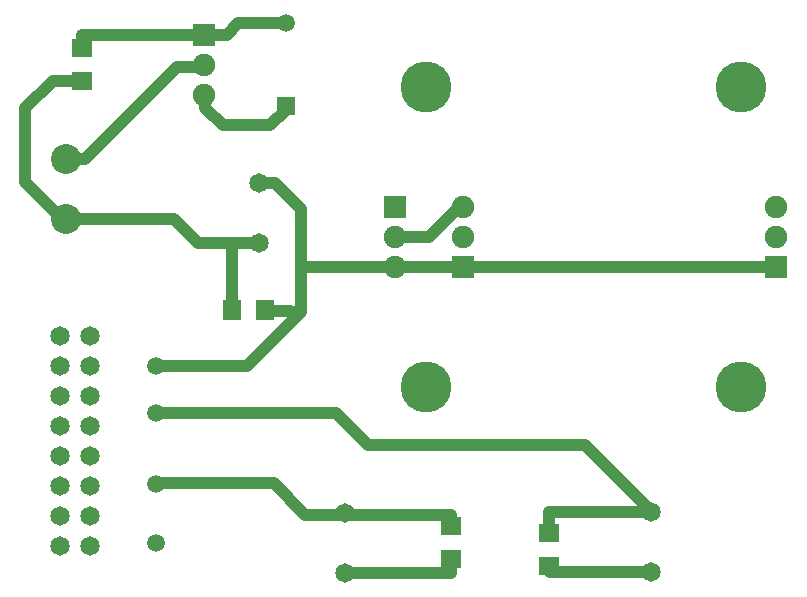
<source format=gbr>
G04 DipTrace 4.2.0.1*
G04 1 - Top.gbr*
%MOIN*%
G04 #@! TF.FileFunction,Copper,L1,Top*
G04 #@! TF.Part,Single*
G04 #@! TA.AperFunction,Conductor*
%ADD16C,0.03937*%
G04 #@! TA.AperFunction,ComponentPad*
%ADD18C,0.065*%
%ADD19C,0.17*%
%ADD20R,0.074803X0.074803*%
%ADD21C,0.074803*%
%ADD22C,0.064961*%
%ADD23C,0.059055*%
%ADD24R,0.059055X0.059055*%
%ADD25C,0.059055*%
%ADD26R,0.070866X0.062992*%
G04 #@! TA.AperFunction,ComponentPad*
%ADD27C,0.1*%
%ADD28R,0.062992X0.070866*%
%FSLAX26Y26*%
G04*
G70*
G90*
G75*
G01*
G04 Top*
%LPD*%
X603675Y1985875D2*
D16*
X964327D1*
X1045278Y1904924D1*
X1246508D1*
X603675Y1985875D2*
X590239D1*
X468024Y2108091D1*
Y2353980D1*
X560066Y2446022D1*
X657764D1*
X1246508Y1904924D2*
X1157039D1*
Y1683007D1*
X1535597Y805454D2*
X1888950D1*
Y853451D1*
X2215560Y829879D2*
X2218928D1*
Y807420D1*
X2553238D1*
X1535597Y1005454D2*
X1542135D1*
Y1000537D1*
X1399661D1*
X1295972Y1104226D1*
X896650D1*
X905512Y1095364D1*
Y1102362D1*
X1535597Y1005454D2*
Y999480D1*
X1888950D1*
Y963688D1*
X1702531Y1925457D2*
X1814462D1*
X1914478Y2025472D1*
X1929134D1*
X905512Y1338583D2*
X1502707D1*
X1609478Y1231812D1*
X2333409D1*
X2553238Y1011984D1*
Y1007420D1*
X2215560D1*
Y940115D1*
X1246508Y2104924D2*
X1300849D1*
X1387248Y2018525D1*
Y1825457D1*
X1702531D1*
X905512Y1496063D2*
X1206458D1*
X1387248Y1676853D1*
Y1825457D1*
X1267276Y1683007D2*
X1387248Y1676853D1*
X1062992Y2398425D2*
X1067371D1*
Y2356661D1*
X1126484Y2297549D1*
X1285697D1*
X1338583Y2350434D1*
Y2362205D1*
X1702531Y1825457D2*
X1929134D1*
Y1825472D1*
X2972438D1*
X603675Y2185875D2*
X666714D1*
X973715Y2492877D1*
X1062992D1*
Y2498425D1*
Y2598425D2*
X657764D1*
Y2556259D1*
X1062992Y2598425D2*
X1139764D1*
X1179134Y2637795D1*
X1338583D1*
D18*
X585605Y1495621D3*
Y1395621D3*
Y1295621D3*
Y1195621D3*
Y1095621D3*
Y995621D3*
Y895621D3*
X685605D3*
Y995621D3*
Y1095621D3*
Y1195621D3*
Y1295621D3*
Y1395621D3*
Y1495621D3*
Y1595621D3*
X585605D3*
D19*
X2853709Y2426125D3*
Y1426125D3*
D20*
X1702531Y2025457D3*
D21*
Y1925457D3*
Y1825457D3*
D20*
X2972438Y1825472D3*
D21*
Y1925472D3*
Y2025472D3*
D19*
X1804559Y2425457D3*
Y1425457D3*
D22*
X1246508Y1904924D3*
Y2104924D3*
X2553238Y807420D3*
Y1007420D3*
X1535597Y805454D3*
Y1005454D3*
D23*
X905512Y905512D3*
Y1102362D3*
Y1338583D3*
Y1496063D3*
D20*
X1062992Y2598425D3*
D21*
Y2498425D3*
Y2398425D3*
D24*
X1338583Y2362205D3*
D25*
Y2637795D3*
D26*
X657764Y2446022D3*
Y2556259D3*
D27*
X603675Y1985875D3*
Y2185875D3*
D26*
X1888950Y853451D3*
Y963688D3*
X2215560Y829879D3*
Y940115D3*
D28*
X1157039Y1683007D3*
X1267276D3*
D20*
X1929134Y1825472D3*
D21*
Y1925472D3*
Y2025472D3*
M02*

</source>
